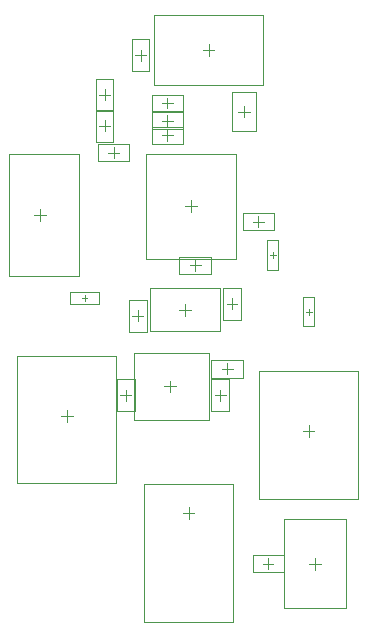
<source format=gbr>
G04*
G04 #@! TF.GenerationSoftware,Altium Limited,Altium Designer,25.7.1 (20)*
G04*
G04 Layer_Color=32768*
%FSLAX44Y44*%
%MOMM*%
G71*
G04*
G04 #@! TF.SameCoordinates,265DE244-54D5-4CCD-A973-AF3357FD315F*
G04*
G04*
G04 #@! TF.FilePolarity,Positive*
G04*
G01*
G75*
%ADD77C,0.1000*%
%ADD78C,0.0500*%
D77*
X1688500Y315000D02*
X1697500D01*
X1693000Y310500D02*
Y319500D01*
X1622500Y525000D02*
Y535000D01*
X1617500Y530000D02*
X1627500D01*
X1662500Y530500D02*
Y539500D01*
X1658000Y535000D02*
X1667000D01*
X1696720Y573960D02*
Y578960D01*
X1694220Y576460D02*
X1699220D01*
X1680140Y604520D02*
X1689140D01*
X1684640Y600020D02*
Y609020D01*
X1584960Y740890D02*
Y749890D01*
X1580460Y745390D02*
X1589460D01*
X1554480Y707320D02*
Y716820D01*
X1549730Y712070D02*
X1559230D01*
X1554480Y681300D02*
Y690300D01*
X1549980Y685800D02*
X1558980D01*
X1557600Y662940D02*
X1566600D01*
X1562100Y658440D02*
Y667440D01*
X1626750Y567500D02*
X1635750D01*
X1631250Y563000D02*
Y572000D01*
X1582500Y520500D02*
Y529500D01*
X1578000Y525000D02*
X1587000D01*
X1610000Y460000D02*
Y470000D01*
X1605000Y465000D02*
X1615000D01*
X1603000Y705000D02*
X1612000D01*
X1607500Y700500D02*
Y709500D01*
X1603000Y690000D02*
X1612000D01*
X1607500Y685500D02*
Y694500D01*
X1603000Y677500D02*
X1612000D01*
X1607500Y673000D02*
Y682000D01*
X1622500Y617500D02*
X1632500D01*
X1627500Y612500D02*
Y622500D01*
X1732500Y310000D02*
Y320000D01*
X1727500Y315000D02*
X1737500D01*
X1724700Y528320D02*
X1729700D01*
X1727200Y525820D02*
Y530820D01*
X1637500Y750000D02*
X1647500D01*
X1642500Y745000D02*
Y755000D01*
X1722200Y427120D02*
X1732200D01*
X1727200Y422120D02*
Y432120D01*
X1653500Y480000D02*
X1663000D01*
X1658250Y475250D02*
Y484750D01*
X1652500Y452750D02*
Y462250D01*
X1647750Y457500D02*
X1657250D01*
X1537500Y537500D02*
Y542500D01*
X1535000Y540000D02*
X1540000D01*
X1522500Y435000D02*
Y445000D01*
X1517500Y440000D02*
X1527500D01*
X1667750Y697500D02*
X1677250D01*
X1672500Y692750D02*
Y702250D01*
X1567750Y457500D02*
X1577250D01*
X1572500Y452750D02*
Y462250D01*
X1620600Y358140D02*
X1630600D01*
X1625600Y353140D02*
Y363140D01*
X1495000Y610000D02*
X1505000D01*
X1500000Y605000D02*
Y615000D01*
D78*
X1680000Y308000D02*
Y322000D01*
X1706000Y308000D02*
Y322000D01*
X1680000D02*
X1706000D01*
X1680000Y308000D02*
X1706000D01*
X1593000Y548000D02*
X1652000D01*
X1593000Y512000D02*
X1652000D01*
X1593000D02*
Y548000D01*
X1652000Y512000D02*
Y548000D01*
X1655000Y521500D02*
X1670000D01*
X1655000Y548500D02*
X1670000D01*
X1655000Y521500D02*
Y548500D01*
X1670000Y521500D02*
Y548500D01*
X1701720Y563960D02*
Y588960D01*
X1691720D02*
X1701720D01*
X1691720Y563960D02*
Y588960D01*
Y563960D02*
X1701720D01*
X1671640Y597520D02*
Y611520D01*
X1697640Y597520D02*
Y611520D01*
X1671640D02*
X1697640D01*
X1671640Y597520D02*
X1697640D01*
X1577460Y758890D02*
X1592460D01*
X1577460Y731890D02*
X1592460D01*
Y758890D01*
X1577460Y731890D02*
Y758890D01*
X1546980Y698570D02*
X1561980D01*
X1546980Y725570D02*
X1561980D01*
X1546980Y698570D02*
Y725570D01*
X1561980Y698570D02*
Y725570D01*
X1546980Y699300D02*
X1561980D01*
X1546980Y672300D02*
X1561980D01*
Y699300D01*
X1546980Y672300D02*
Y699300D01*
X1575100Y655940D02*
Y669940D01*
X1549100Y655940D02*
Y669940D01*
Y655940D02*
X1575100D01*
X1549100Y669940D02*
X1575100D01*
X1617750Y560000D02*
Y575000D01*
X1644750Y560000D02*
Y575000D01*
X1617750D02*
X1644750D01*
X1617750Y560000D02*
X1644750D01*
X1575000Y538500D02*
X1590000D01*
X1575000Y511500D02*
X1590000D01*
Y538500D01*
X1575000Y511500D02*
Y538500D01*
X1579000Y493000D02*
X1643000D01*
X1579000Y437000D02*
X1643000D01*
X1579000D02*
Y493000D01*
X1643000Y437000D02*
Y493000D01*
X1620500Y698000D02*
Y712000D01*
X1594500Y698000D02*
Y712000D01*
Y698000D02*
X1620500D01*
X1594500Y712000D02*
X1620500D01*
Y683000D02*
Y697000D01*
X1594500Y683000D02*
Y697000D01*
Y683000D02*
X1620500D01*
X1594500Y697000D02*
X1620500D01*
Y670500D02*
Y684500D01*
X1594500Y670500D02*
Y684500D01*
Y670500D02*
X1620500D01*
X1594500Y684500D02*
X1620500D01*
X1665500Y573250D02*
Y661750D01*
X1589500Y573250D02*
Y661750D01*
X1665500D01*
X1589500Y573250D02*
X1665500D01*
X1706500Y277250D02*
X1758500D01*
X1706500Y352750D02*
X1758500D01*
X1706500Y277250D02*
Y352750D01*
X1758500Y277250D02*
Y352750D01*
X1722200Y540820D02*
X1732200D01*
Y515820D02*
Y540820D01*
X1722200Y515820D02*
X1732200D01*
X1722200D02*
Y540820D01*
X1596000Y720500D02*
Y779500D01*
X1689000Y720500D02*
Y779500D01*
X1596000D02*
X1689000D01*
X1596000Y720500D02*
X1689000D01*
X1685200Y370120D02*
X1769200D01*
X1685200D02*
Y478120D01*
X1769200D01*
Y370120D02*
Y478120D01*
X1644750Y472500D02*
Y487500D01*
X1671750Y472500D02*
Y487500D01*
X1644750D02*
X1671750D01*
X1644750Y472500D02*
X1671750D01*
X1645000Y471000D02*
X1660000D01*
X1645000Y444000D02*
X1660000D01*
Y471000D01*
X1645000Y444000D02*
Y471000D01*
X1550000Y535000D02*
Y545000D01*
X1525000Y535000D02*
X1550000D01*
X1525000D02*
Y545000D01*
X1550000D01*
X1564500Y383000D02*
Y491000D01*
X1480500D02*
X1564500D01*
X1480500Y383000D02*
Y491000D01*
Y383000D02*
X1564500D01*
X1662000Y681000D02*
Y714000D01*
X1683000Y681000D02*
Y714000D01*
X1662000Y681000D02*
X1683000D01*
X1662000Y714000D02*
X1683000D01*
X1565000Y444000D02*
Y471000D01*
X1580000Y444000D02*
Y471000D01*
X1565000Y444000D02*
X1580000D01*
X1565000Y471000D02*
X1580000D01*
X1587600Y265140D02*
Y382140D01*
Y382140D02*
X1663600D01*
Y265140D02*
Y382140D01*
X1587600Y265140D02*
X1663600D01*
X1532800Y558200D02*
Y661800D01*
X1473600Y558200D02*
X1532800D01*
X1473600D02*
Y661800D01*
X1532800D01*
M02*

</source>
